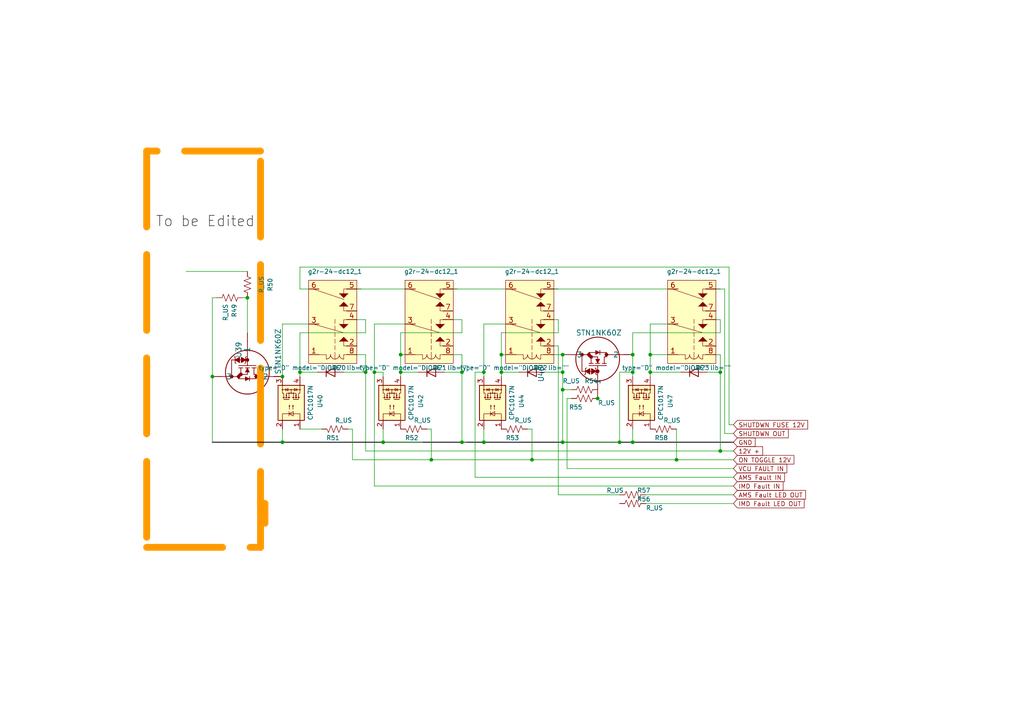
<source format=kicad_sch>
(kicad_sch (version 20211123) (generator eeschema)
  (paper "A4")
  (lib_symbols
    (symbol "Device:R_US" (pin_numbers hide) (pin_names (offset 0))
      (property "Reference" "R" (at 2.54 0 90))
      (property "Value" "R_US" (at -2.54 0 90))
      (symbol "R_US_0_1"
        (polyline (pts (xy 0 -2.286) (xy 0 -2.54)))
        (polyline (pts (xy 0 2.286) (xy 0 2.54)))
        (polyline (pts (xy 0 -0.762) (xy 1.016 -1.143) (xy 0 -1.524) (xy -1.016 -1.905) (xy 0 -2.286)))
        (polyline (pts (xy 0 0.762) (xy 1.016 0.381) (xy 0 0) (xy -1.016 -0.381) (xy 0 -0.762)))
        (polyline (pts (xy 0 2.286) (xy 1.016 1.905) (xy 0 1.524) (xy -1.016 1.143) (xy 0 0.762)))
      )
      (symbol "R_US_1_1"
        (pin passive line (at 0 3.81 270) (length 1.27) (name "~") (number "1"))
        (pin passive line (at 0 -3.81 90) (length 1.27) (name "~") (number "2"))
      )
    )
    (symbol "FSAE DMS-23 Components:g2r-24-dc12_1"
      (property "Value" "g2r-24-dc12_1" (at 5.08 38.1 0))
      (symbol "g2r-24-dc12_1_0_1"
        (rectangle (start -7.62 0) (end 6.35 -24.13) (fill (type background)))
      )
      (symbol "g2r-24-dc12_1_1_1"
        (arc (start -1.27 -2.54) (mid -0.372 -0.372) (end -2.54 -1.27))
        (arc (start 0 -1.27) (mid -2.168 -0.372) (end -1.27 -2.54))
        (polyline (pts (xy -6.35 -21.59) (xy 2.667 -18.542)) (stroke (width 0.127)))
        (polyline (pts (xy -6.35 -11.43) (xy 2.54 -8.89)) (stroke (width 0.127)))
        (polyline (pts (xy -2.54 -2.54) (xy -7.62 -2.54)) (stroke (width 0.127)))
        (polyline (pts (xy -2.54 -1.27) (xy -2.54 -2.54)) (stroke (width 0.127)))
        (polyline (pts (xy 0 -11.557) (xy 0 -12.827)) (stroke (width 0.127)))
        (polyline (pts (xy 0 -9.652) (xy 0 -10.922)) (stroke (width 0.127)))
        (polyline (pts (xy 0 -7.747) (xy 0 -9.017)) (stroke (width 0.127)))
        (polyline (pts (xy 0 -5.842) (xy 0 -7.112)) (stroke (width 0.127)))
        (polyline (pts (xy 0 -5.207) (xy 0 -3.937)) (stroke (width 0.127)))
        (polyline (pts (xy 0 -1.27) (xy 0 -3.302)) (stroke (width 0.127)))
        (polyline (pts (xy 2.54 -21.59) (xy 2.54 -19.05)) (stroke (width 0.127)))
        (polyline (pts (xy 2.54 -17.78) (xy 2.54 -15.24)) (stroke (width 0.127)))
        (polyline (pts (xy 2.54 -15.24) (xy 6.35 -15.24)) (stroke (width 0.127)))
        (polyline (pts (xy 2.54 -12.7) (xy 2.54 -10.16)) (stroke (width 0.127)))
        (polyline (pts (xy 2.54 -7.62) (xy 2.54 -5.08)) (stroke (width 0.127)))
        (polyline (pts (xy 2.54 -5.08) (xy 6.35 -5.08)) (stroke (width 0.127)))
        (polyline (pts (xy 2.54 -2.54) (xy 6.35 -2.54)) (stroke (width 0.127)))
        (polyline (pts (xy 2.54 -1.27) (xy 2.54 -2.54)) (stroke (width 0.127)))
        (polyline (pts (xy 6.35 -12.7) (xy 2.54 -12.7)) (stroke (width 0.127)))
        (polyline (pts (xy 7.62 -21.59) (xy 2.54 -21.59)) (stroke (width 0.127)))
        (polyline (pts (xy 1.27 -20.32) (xy 1.27 -20.32) (xy 2.54 -19.05) (xy 3.81 -20.32)) (fill (type outline)))
        (polyline (pts (xy 1.27 -11.43) (xy 1.27 -11.43) (xy 2.54 -10.16) (xy 3.81 -11.43)) (fill (type outline)))
        (polyline (pts (xy 3.81 -16.51) (xy 3.81 -16.51) (xy 2.54 -17.78) (xy 1.27 -16.51)) (fill (type outline)))
        (polyline (pts (xy 3.81 -6.35) (xy 3.81 -6.35) (xy 2.54 -7.62) (xy 1.27 -6.35)) (fill (type outline)))
        (arc (start 1.27 -2.54) (mid 2.168 -0.372) (end 0 -1.27))
        (arc (start 2.54 -1.27) (mid 0.372 -0.372) (end 1.27 -2.54))
        (pin unspecified line (at -7.62 -2.54 0) (length 3) (name "") (number "1"))
        (pin unspecified line (at 6.35 -5.08 180) (length 3) (name "") (number "2"))
        (pin unspecified line (at -7.62 -11.43 0) (length 3) (name "") (number "3"))
        (pin unspecified line (at 6.35 -12.7 180) (length 3) (name "") (number "4"))
        (pin unspecified line (at 6.35 -21.59 180) (length 3) (name "") (number "5"))
        (pin unspecified line (at -7.62 -21.59 0) (length 3) (name "") (number "6"))
        (pin unspecified line (at 6.35 -15.24 180) (length 3) (name "") (number "7"))
        (pin unspecified line (at 6.35 -2.54 180) (length 3) (name "") (number "8"))
      )
    )
    (symbol "PCM:STN1NK60Z" (pin_numbers hide) (pin_names (offset 1.524))
      (property "Reference" "U?" (at 2.159 -16.4084 0))
      (property "Value" "STN1NK60Z" (at -1.651 -16.4084 0))
      (symbol "STN1NK60Z_1_1"
        (polyline (pts (xy 0 0) (xy 6.985 0)) (stroke (width 0.2032)))
        (polyline (pts (xy 4.572 -3.556) (xy 4.318 -3.81)) (stroke (width 0.2032)))
        (polyline (pts (xy 4.572 -3.556) (xy 6.096 -3.556)) (stroke (width 0.2032)))
        (polyline (pts (xy 4.572 -2.286) (xy 5.334 -3.556)) (stroke (width 0.2032)))
        (polyline (pts (xy 4.572 -1.778) (xy 6.096 -1.778)) (stroke (width 0.2032)))
        (polyline (pts (xy 4.572 -0.508) (xy 4.318 -0.254)) (stroke (width 0.2032)))
        (polyline (pts (xy 4.572 -0.508) (xy 6.096 -0.508)) (stroke (width 0.2032)))
        (polyline (pts (xy 5.334 -4.572) (xy 5.334 0)) (stroke (width 0.2032)))
        (polyline (pts (xy 5.334 -3.556) (xy 6.096 -2.286)) (stroke (width 0.2032)))
        (polyline (pts (xy 5.334 -0.508) (xy 4.572 -1.778)) (stroke (width 0.2032)))
        (polyline (pts (xy 6.096 -3.556) (xy 6.35 -3.302)) (stroke (width 0.2032)))
        (polyline (pts (xy 6.096 -2.286) (xy 4.572 -2.286)) (stroke (width 0.2032)))
        (polyline (pts (xy 6.096 -1.778) (xy 5.334 -0.508)) (stroke (width 0.2032)))
        (polyline (pts (xy 6.096 -0.508) (xy 6.35 -0.762)) (stroke (width 0.2032)))
        (polyline (pts (xy 6.985 -2.54) (xy 6.985 2.54)) (stroke (width 0.2032)))
        (polyline (pts (xy 7.62 -2.54) (xy 7.62 -1.27)) (stroke (width 0.2032)))
        (polyline (pts (xy 7.62 -1.905) (xy 9.525 -1.905)) (stroke (width 0.2032)))
        (polyline (pts (xy 7.62 -0.635) (xy 7.62 0.635)) (stroke (width 0.2032)))
        (polyline (pts (xy 7.62 1.27) (xy 7.62 2.54)) (stroke (width 0.2032)))
        (polyline (pts (xy 7.62 1.905) (xy 9.525 1.905)) (stroke (width 0.2032)))
        (polyline (pts (xy 8.89 0) (xy 9.525 0)) (stroke (width 0.2032)))
        (polyline (pts (xy 9.525 -2.54) (xy 9.525 0)) (stroke (width 0.2032)))
        (polyline (pts (xy 9.525 -2.54) (xy 10.795 -2.54)) (stroke (width 0.2032)))
        (polyline (pts (xy 9.525 1.905) (xy 9.525 2.54)) (stroke (width 0.2032)))
        (polyline (pts (xy 9.525 2.54) (xy 10.795 2.54)) (stroke (width 0.2032)))
        (polyline (pts (xy 10.16 -4.572) (xy 5.334 -4.572)) (stroke (width 0.2032)))
        (polyline (pts (xy 10.16 -2.54) (xy 10.16 -7.62)) (stroke (width 0.2032)))
        (polyline (pts (xy 10.16 9.398) (xy 10.16 2.54)) (stroke (width 0.2032)))
        (polyline (pts (xy 10.795 -2.54) (xy 10.795 -0.635)) (stroke (width 0.2032)))
        (polyline (pts (xy 10.795 0.635) (xy 10.795 2.54)) (stroke (width 0.2032)))
        (polyline (pts (xy 11.43 0.635) (xy 10.16 0.635)) (stroke (width 0.2032)))
        (polyline (pts (xy 5.334 -0.508) (xy 5.08 -1.778) (xy 5.334 -0.508)) (fill (type outline)))
        (polyline (pts (xy 4.572 -2.286) (xy 5.334 -3.556) (xy 6.096 -2.286) (xy 4.572 -2.286)) (fill (type outline)))
        (polyline (pts (xy 5.334 -0.508) (xy 4.572 -1.778) (xy 6.096 -1.778) (xy 5.334 -0.508)) (fill (type outline)))
        (polyline (pts (xy 8.89 0.635) (xy 7.62 0) (xy 8.89 -0.635) (xy 8.89 0.635)) (stroke (width 0.0254)) (fill (type outline)))
        (polyline (pts (xy 11.43 -0.635) (xy 10.16 -0.635) (xy 10.795 0.635) (xy 11.43 -0.635)) (stroke (width 0.0254)) (fill (type outline)))
        (circle (center 5.334 0) (radius 0.0254) (stroke (width 0.508)))
        (circle (center 8.89 0) (radius 6.35) (stroke (width 0.254)))
        (circle (center 9.525 -1.905) (radius 0.0254) (stroke (width 0.508)))
        (circle (center 10.16 -4.572) (radius 0.0254) (stroke (width 0.508)))
        (circle (center 10.16 -2.54) (radius 0.0254) (stroke (width 0.508)))
        (circle (center 10.16 2.54) (radius 0.0254) (stroke (width 0.508)))
        (pin unspecified line (at -2.54 0 0) (length 2.54) (name "1") (number "1"))
        (pin unspecified line (at 10.16 10.16 270) (length 2.54) (name "2") (number "2"))
        (pin unspecified line (at 10.16 -10.16 90) (length 2.54) (name "3") (number "3"))
      )
    )
    (symbol "Relay_SolidState:CPC1017N"
      (property "Reference" "U" (at -5.08 5.08 0))
      (property "Value" "CPC1017N" (at 0 5.08 0))
      (symbol "CPC1017N_0_1"
        (rectangle (start -5.08 3.81) (end 5.08 -3.81) (stroke (width 0.254)) (fill (type background)))
        (polyline (pts (xy -3.81 -0.635) (xy -2.54 -0.635)))
        (polyline (pts (xy 1.016 -0.635) (xy 1.016 -2.159)) (stroke (width 0.2032)))
        (polyline (pts (xy 1.016 2.159) (xy 1.016 0.635)) (stroke (width 0.2032)))
        (polyline (pts (xy 1.524 -0.508) (xy 1.524 -0.762)) (stroke (width 0.3556)))
        (polyline (pts (xy 2.794 0) (xy 3.81 0)))
        (polyline (pts (xy 3.429 -1.651) (xy 4.191 -1.651)))
        (polyline (pts (xy 3.429 1.651) (xy 4.191 1.651)))
        (polyline (pts (xy 3.81 -2.54) (xy 3.81 2.54)))
        (polyline (pts (xy 1.524 -2.032) (xy 1.524 -2.286) (xy 1.524 -2.286)) (stroke (width 0.3556)))
        (polyline (pts (xy 1.524 -1.27) (xy 1.524 -1.524) (xy 1.524 -1.524)) (stroke (width 0.3556)))
        (polyline (pts (xy 1.524 0.762) (xy 1.524 0.508) (xy 1.524 0.508)) (stroke (width 0.3556)))
        (polyline (pts (xy 1.524 1.524) (xy 1.524 1.27) (xy 1.524 1.27)) (stroke (width 0.3556)))
        (polyline (pts (xy 1.524 2.286) (xy 1.524 2.032) (xy 1.524 2.032)) (stroke (width 0.3556)))
        (polyline (pts (xy 1.651 -1.397) (xy 2.794 -1.397) (xy 2.794 -0.635)))
        (polyline (pts (xy 1.651 1.397) (xy 2.794 1.397) (xy 2.794 0.635)))
        (polyline (pts (xy -5.08 2.54) (xy -3.175 2.54) (xy -3.175 -2.54) (xy -5.08 -2.54)))
        (polyline (pts (xy -3.175 -0.635) (xy -3.81 0.635) (xy -2.54 0.635) (xy -3.175 -0.635)))
        (polyline (pts (xy 1.651 -2.159) (xy 2.794 -2.159) (xy 2.794 -2.54) (xy 5.08 -2.54)))
        (polyline (pts (xy 1.651 -0.635) (xy 2.794 -0.635) (xy 2.794 0.635) (xy 1.651 0.635)))
        (polyline (pts (xy 1.651 2.159) (xy 2.794 2.159) (xy 2.794 2.54) (xy 5.08 2.54)))
        (polyline (pts (xy 1.778 -1.397) (xy 2.286 -1.27) (xy 2.286 -1.524) (xy 1.778 -1.397)))
        (polyline (pts (xy 1.778 1.397) (xy 2.286 1.524) (xy 2.286 1.27) (xy 1.778 1.397)))
        (polyline (pts (xy 3.81 -1.651) (xy 3.429 -0.889) (xy 4.191 -0.889) (xy 3.81 -1.651)))
        (polyline (pts (xy 3.81 1.651) (xy 3.429 0.889) (xy 4.191 0.889) (xy 3.81 1.651)))
        (polyline (pts (xy -1.905 -0.508) (xy -0.635 -0.508) (xy -1.016 -0.635) (xy -1.016 -0.381) (xy -0.635 -0.508)))
        (polyline (pts (xy -1.905 0.508) (xy -0.635 0.508) (xy -1.016 0.381) (xy -1.016 0.635) (xy -0.635 0.508)))
        (circle (center 2.794 -0.635) (radius 0.127))
        (circle (center 2.794 0) (radius 0.127))
        (circle (center 2.794 0.635) (radius 0.127))
        (circle (center 3.81 -2.54) (radius 0.127))
        (circle (center 3.81 0) (radius 0.127))
        (circle (center 3.81 2.54) (radius 0.127))
      )
      (symbol "CPC1017N_1_1"
        (pin passive line (at -7.62 2.54 0) (length 2.54) (name "~") (number "1"))
        (pin passive line (at -7.62 -2.54 0) (length 2.54) (name "~") (number "2"))
        (pin passive line (at 7.62 -2.54 180) (length 2.54) (name "~") (number "3"))
        (pin passive line (at 7.62 2.54 180) (length 2.54) (name "~") (number "4"))
      )
    )
    (symbol "Simulation_SPICE:DIODE" (pin_numbers hide) (pin_names (offset 1.016) hide)
      (property "Reference" "D" (at 0 2.54 0))
      (property "Value" "DIODE" (at 0 -2.54 0))
      (symbol "DIODE_0_1"
        (polyline (pts (xy 1.27 0) (xy -1.27 0)))
        (polyline (pts (xy 1.27 1.27) (xy 1.27 -1.27)) (stroke (width 0.254)))
        (polyline (pts (xy -1.27 -1.27) (xy -1.27 1.27) (xy 1.27 0) (xy -1.27 -1.27)) (stroke (width 0.254)))
      )
      (symbol "DIODE_1_1"
        (pin passive line (at -3.81 0 0) (length 2.54) (name "A") (number "1"))
        (pin passive line (at 3.81 0 180) (length 2.54) (name "K") (number "2"))
      )
    )
  )
  (junction (at 140.335 128.27))
  (junction (at 188.595 102.87))
  (junction (at 163.195 113.03))
  (junction (at 61.595 109.22))
  (junction (at 183.515 128.27))
  (junction (at 125.095 133.35))
  (junction (at 173.355 115.57))
  (junction (at 208.915 107.95))
  (junction (at 163.195 107.95))
  (junction (at 86.995 107.95))
  (junction (at 183.515 107.95))
  (junction (at 196.215 133.35))
  (junction (at 188.595 107.95))
  (junction (at 111.125 128.27))
  (junction (at 163.195 128.27))
  (junction (at 116.205 107.95))
  (junction (at 208.915 130.81))
  (junction (at 71.755 86.36))
  (junction (at 145.415 102.87))
  (junction (at 163.195 102.87))
  (junction (at 133.985 128.27))
  (junction (at 106.045 107.95))
  (junction (at 140.335 107.95))
  (junction (at 81.915 128.27))
  (junction (at 179.705 128.27))
  (junction (at 81.915 109.22))
  (junction (at 154.305 133.35))
  (junction (at 133.985 107.95))
  (junction (at 145.415 107.95))
  (junction (at 183.515 102.87))
  (junction (at 116.205 102.87))
  (junction (at 108.585 107.95))
  (wire (pts (xy 188.595 102.87) (xy 188.595 107.95)))
  (wire (pts (xy 61.595 109.22) (xy 61.595 128.27)))
  (wire (pts (xy 106.045 92.71) (xy 103.505 92.71)))
  (wire (pts (xy 154.305 124.46) (xy 154.305 133.35)))
  (wire (pts (xy 183.515 128.27) (xy 212.725 128.27)))
  (wire (pts (xy 86.995 96.52) (xy 106.045 96.52)))
  (wire (pts (xy 207.645 102.87) (xy 208.915 102.87)))
  (wire (pts (xy 86.995 96.52) (xy 86.995 107.95)))
  (wire (pts (xy 140.335 93.98) (xy 140.335 107.95)))
  (wire (pts (xy 188.595 93.98) (xy 188.595 102.87)))
  (wire (pts (xy 133.985 128.27) (xy 135.255 128.27)))
  (wire (pts (xy 163.195 128.27) (xy 179.705 128.27)))
  (wire (pts (xy 196.215 133.35) (xy 212.725 133.35)))
  (wire (pts (xy 179.705 107.95) (xy 179.705 128.27)))
  (wire (pts (xy 161.925 96.52) (xy 145.415 96.52)))
  (wire (pts (xy 137.795 138.43) (xy 212.725 138.43)))
  (wire (pts (xy 108.585 107.95) (xy 108.585 140.97)))
  (wire (pts (xy 86.995 107.95) (xy 92.075 107.95)))
  (wire (pts (xy 153.035 124.46) (xy 154.305 124.46)))
  (wire (pts (xy 106.045 107.95) (xy 106.045 130.81)))
  (wire (pts (xy 208.915 130.81) (xy 212.725 130.81)))
  (polyline (pts (xy 42.545 158.75) (xy 75.565 158.75)) (stroke (width 2) (color 255 153 0 1)))
  (wire (pts (xy 106.045 96.52) (xy 106.045 92.71)))
  (wire (pts (xy 103.505 83.82) (xy 117.475 83.82)))
  (wire (pts (xy 111.125 107.95) (xy 111.125 109.22)))
  (wire (pts (xy 207.645 92.71) (xy 208.915 92.71)))
  (polyline (pts (xy 75.565 158.75) (xy 75.565 43.815)) (stroke (width 2) (color 255 153 0 1)))
  (wire (pts (xy 160.655 102.87) (xy 163.195 102.87)))
  (wire (pts (xy 106.045 130.81) (xy 208.915 130.81)))
  (wire (pts (xy 187.325 143.51) (xy 212.725 143.51)))
  (wire (pts (xy 183.515 128.27) (xy 212.725 128.27)) (stroke (width 0.25) (color 0 0 0 1)))
  (wire (pts (xy 71.755 86.36) (xy 71.755 96.52)))
  (wire (pts (xy 111.125 128.27) (xy 133.985 128.27)) (stroke (width 0.25) (color 0 0 0 1)))
  (wire (pts (xy 123.825 124.46) (xy 125.095 124.46)))
  (wire (pts (xy 208.915 96.52) (xy 183.515 96.52)))
  (wire (pts (xy 116.205 96.52) (xy 116.205 102.87)))
  (wire (pts (xy 106.045 107.95) (xy 99.695 107.95)))
  (wire (pts (xy 164.465 135.89) (xy 212.725 135.89)))
  (wire (pts (xy 163.195 113.03) (xy 165.735 113.03)))
  (wire (pts (xy 210.185 125.73) (xy 212.725 125.73)))
  (wire (pts (xy 106.045 102.87) (xy 106.045 107.95)))
  (wire (pts (xy 211.455 123.19) (xy 212.725 123.19)))
  (polyline (pts (xy 76.835 151.765) (xy 76.835 146.05)) (stroke (width 2) (color 255 153 0 1)))
  (wire (pts (xy 131.445 92.71) (xy 133.985 92.71)))
  (wire (pts (xy 188.595 107.95) (xy 197.485 107.95)))
  (wire (pts (xy 86.995 83.82) (xy 89.535 83.82)))
  (wire (pts (xy 208.915 107.95) (xy 208.915 102.87)))
  (wire (pts (xy 133.985 107.95) (xy 133.985 102.87)))
  (wire (pts (xy 140.335 124.46) (xy 140.335 128.27)))
  (polyline (pts (xy 76.835 146.05) (xy 75.565 146.05)) (stroke (width 2) (color 255 153 0 1)))
  (wire (pts (xy 62.865 86.36) (xy 61.595 86.36)))
  (wire (pts (xy 145.415 96.52) (xy 145.415 102.87)))
  (wire (pts (xy 137.795 107.95) (xy 137.795 138.43)))
  (wire (pts (xy 81.915 93.98) (xy 89.535 93.98)))
  (wire (pts (xy 161.925 143.51) (xy 179.705 143.51)))
  (wire (pts (xy 81.915 124.46) (xy 81.915 128.27)))
  (wire (pts (xy 133.985 102.87) (xy 131.445 102.87)))
  (wire (pts (xy 133.985 96.52) (xy 116.205 96.52)))
  (polyline (pts (xy 75.565 43.815) (xy 42.545 43.815)) (stroke (width 2) (color 255 153 0 1)))
  (wire (pts (xy 125.095 133.35) (xy 154.305 133.35)))
  (wire (pts (xy 140.335 128.27) (xy 163.195 128.27)) (stroke (width 0.25) (color 0 0 0 1)))
  (wire (pts (xy 86.995 77.47) (xy 86.995 83.82)))
  (wire (pts (xy 108.585 93.98) (xy 108.585 107.95)))
  (wire (pts (xy 188.595 107.95) (xy 188.595 109.22)))
  (wire (pts (xy 125.095 124.46) (xy 125.095 133.35)))
  (wire (pts (xy 116.205 107.95) (xy 121.285 107.95)))
  (wire (pts (xy 163.195 128.27) (xy 179.705 128.27)) (stroke (width 0.25) (color 0 0 0 1)))
  (wire (pts (xy 196.215 124.46) (xy 196.215 133.35)))
  (wire (pts (xy 71.755 86.36) (xy 70.485 86.36)))
  (wire (pts (xy 117.475 93.98) (xy 108.585 93.98)))
  (wire (pts (xy 173.355 113.03) (xy 173.355 115.57)))
  (polyline (pts (xy 42.545 43.815) (xy 42.545 158.75)) (stroke (width 2) (color 255 153 0 1)))
  (wire (pts (xy 183.515 96.52) (xy 183.515 102.87)))
  (wire (pts (xy 108.585 107.95) (xy 111.125 107.95)))
  (wire (pts (xy 61.595 86.36) (xy 61.595 109.22)))
  (wire (pts (xy 183.515 102.87) (xy 183.515 107.95)))
  (wire (pts (xy 108.585 140.97) (xy 212.725 140.97)))
  (wire (pts (xy 81.915 128.27) (xy 111.125 128.27)) (stroke (width 0.25) (color 0 0 0 1)))
  (wire (pts (xy 183.515 109.22) (xy 183.515 107.95)))
  (wire (pts (xy 207.645 83.82) (xy 210.185 83.82)))
  (wire (pts (xy 61.595 128.27) (xy 81.915 128.27)) (stroke (width 0.25) (color 0 0 0 1)))
  (wire (pts (xy 140.335 107.95) (xy 140.335 109.22)))
  (wire (pts (xy 133.985 92.71) (xy 133.985 96.52)))
  (wire (pts (xy 146.685 93.98) (xy 140.335 93.98)))
  (wire (pts (xy 188.595 102.87) (xy 193.675 102.87)))
  (wire (pts (xy 116.205 102.87) (xy 116.205 107.95)))
  (wire (pts (xy 116.205 102.87) (xy 117.475 102.87)))
  (wire (pts (xy 102.235 124.46) (xy 100.965 124.46)))
  (wire (pts (xy 86.995 107.95) (xy 86.995 109.22)))
  (wire (pts (xy 102.235 133.35) (xy 125.095 133.35)))
  (wire (pts (xy 205.105 107.95) (xy 208.915 107.95)))
  (wire (pts (xy 131.445 83.82) (xy 146.685 83.82)))
  (wire (pts (xy 102.235 124.46) (xy 102.235 133.35)))
  (wire (pts (xy 211.455 77.47) (xy 211.455 123.19)))
  (wire (pts (xy 193.675 93.98) (xy 188.595 93.98)))
  (wire (pts (xy 140.335 107.95) (xy 137.795 107.95)))
  (wire (pts (xy 128.905 107.95) (xy 133.985 107.95)))
  (wire (pts (xy 164.465 115.57) (xy 165.735 115.57)))
  (wire (pts (xy 187.325 146.05) (xy 212.725 146.05)))
  (wire (pts (xy 163.195 113.03) (xy 163.195 128.27)))
  (wire (pts (xy 163.195 107.95) (xy 163.195 113.03)))
  (wire (pts (xy 145.415 102.87) (xy 146.685 102.87)))
  (wire (pts (xy 145.415 102.87) (xy 145.415 107.95)))
  (wire (pts (xy 145.415 107.95) (xy 145.415 109.22)))
  (wire (pts (xy 103.505 102.87) (xy 106.045 102.87)))
  (wire (pts (xy 161.925 92.71) (xy 161.925 96.52)))
  (wire (pts (xy 154.305 133.35) (xy 196.215 133.35)))
  (wire (pts (xy 133.985 128.27) (xy 140.335 128.27)) (stroke (width 0.25) (color 0 0 0 1)))
  (wire (pts (xy 116.205 107.95) (xy 116.205 109.22)))
  (wire (pts (xy 81.915 93.98) (xy 81.915 109.22)))
  (wire (pts (xy 111.125 124.46) (xy 111.125 128.27)))
  (wire (pts (xy 179.705 128.27) (xy 183.515 128.27)) (stroke (width 0.25) (color 0 0 0 1)))
  (wire (pts (xy 160.655 92.71) (xy 161.925 92.71)))
  (wire (pts (xy 208.915 107.95) (xy 208.915 130.81)))
  (wire (pts (xy 133.985 107.95) (xy 133.985 128.27)))
  (wire (pts (xy 158.115 107.95) (xy 163.195 107.95)))
  (wire (pts (xy 145.415 107.95) (xy 150.495 107.95)))
  (wire (pts (xy 210.185 83.82) (xy 210.185 125.73)))
  (wire (pts (xy 160.655 83.82) (xy 193.675 83.82)))
  (wire (pts (xy 93.345 124.46) (xy 86.995 124.46)))
  (wire (pts (xy 208.915 92.71) (xy 208.915 96.52)))
  (wire (pts (xy 53.975 78.74) (xy 71.755 78.74)))
  (wire (pts (xy 183.515 107.95) (xy 179.705 107.95)))
  (wire (pts (xy 160.655 100.33) (xy 161.925 100.33)))
  (wire (pts (xy 111.125 128.27) (xy 122.555 128.27)))
  (wire (pts (xy 183.515 124.46) (xy 183.515 128.27)))
  (wire (pts (xy 163.195 102.87) (xy 163.195 107.95)))
  (wire (pts (xy 164.465 135.89) (xy 164.465 115.57)))
  (wire (pts (xy 161.925 100.33) (xy 161.925 143.51)))
  (wire (pts (xy 86.995 77.47) (xy 211.455 77.47)))
  (label "To be Edited" (at 45.085 66.675 0) (effects (font (size 3 3))))
  (global_label "GND" (shape input) (at 212.725 128.27 0) (property "Intersheet References" "${INTERSHEET_REFS}" (effects hide)))
  (global_label "SHUTDWN FUSE 12V" (shape input) (at 212.725 123.19 0) (property "Intersheet References" "${INTERSHEET_REFS}" (effects hide)))
  (global_label "AMS Fault IN" (shape input) (at 212.725 138.43 0) (property "Intersheet References" "${INTERSHEET_REFS}" (effects hide)))
  (global_label "IMD Fault IN" (shape input) (at 212.725 140.97 0) (property "Intersheet References" "${INTERSHEET_REFS}" (effects hide)))
  (global_label "AMS Fault LED OUT" (shape input) (at 212.725 143.51 0) (property "Intersheet References" "${INTERSHEET_REFS}" (effects hide)))
  (global_label "SHUTDWN OUT" (shape input) (at 212.725 125.73 0) (property "Intersheet References" "${INTERSHEET_REFS}" (effects hide)))
  (global_label "IMD Fault LED OUT" (shape input) (at 212.725 146.05 0) (property "Intersheet References" "${INTERSHEET_REFS}" (effects hide)))
  (global_label "VCU FAULT IN" (shape input) (at 212.725 135.89 0) (property "Intersheet References" "${INTERSHEET_REFS}" (effects hide)))
  (global_label "12V +" (shape input) (at 212.725 130.81 0) (property "Intersheet References" "${INTERSHEET_REFS}" (effects hide)))
  (global_label "ON TOGGLE 12V" (shape input) (at 212.725 133.35 0) (property "Intersheet References" "${INTERSHEET_REFS}" (effects hide)))
  (symbol (lib_id "FSAE DMS-23 Components:g2r-24-dc12_1") (at 201.295 105.41 0) (mirror x) (unit 1)
    (property "Reference" "U48" (effects hide))
    (property "Value" "g2r-24-dc12_1" (at 201.295 78.74 0))
    (property "Footprint" "PCM:G2R-24-DC12" (effects hide))
  )
  (symbol (lib_id "FSAE DMS-23 Components:g2r-24-dc12_1") (at 97.155 105.41 0) (mirror x) (unit 1)
    (property "Reference" "U41" (effects hide))
    (property "Value" "g2r-24-dc12_1" (at 97.155 78.74 0))
    (property "Footprint" "PCM:G2R-24-DC12" (effects hide))
  )
  (symbol (lib_id "PCM:STN1NK60Z") (at 173.355 113.03 270) (mirror x) (unit 1)
    (property "Reference" "U46" (at 156.9466 110.871 0) (effects (font (size 1.524 1.524)) (justify left)))
    (property "Value" "STN1NK60Z" (at 167.005 96.52 90) (effects (font (size 1.524 1.524)) (justify left)))
    (property "Footprint" "PCM:STN1NK60Z" (effects hide))
  )
  (symbol (lib_id "Simulation_SPICE:DIODE") (at 201.295 107.95 0) (mirror y) (unit 1)
    (property "Reference" "D23" (at 203.835 106.68 0))
    (property "Value" "DIODE" (at 196.215 106.68 0))
    (property "Footprint" "Diode_SMD:D_0603_1608Metric" (effects hide))
    (property "Spice_Netlist_Enabled" "Y" (effects hide))
    (property "Spice_Primitive" "D" (effects hide))
  )
  (symbol (lib_id "Relay_SolidState:CPC1017N") (at 113.665 116.84 270) (mirror x) (unit 1)
    (property "Reference" "U42" (at 122.047 118.364 0) (effects (justify left)))
    (property "Value" "CPC1017N" (at 119.253 121.92 0) (effects (justify left)))
    (property "Footprint" "Package_SO:SOP-4_3.8x4.1mm_P2.54mm" (effects hide))
    (property "Datasheet" "http://www.ixysic.com/home/pdfs.nsf/www/CPC1017N.pdf/$file/CPC1017N.pdf" (effects hide))
  )
  (symbol (lib_id "PCM:STN1NK60Z") (at 71.755 99.06 270) (unit 1)
    (property "Reference" "U39" (at 69.215 99.06 0) (effects (font (size 1.524 1.524)) (justify left)))
    (property "Value" "STN1NK60Z" (at 80.645 95.25 0) (effects (font (size 1.524 1.524)) (justify left)))
    (property "Footprint" "PCM:STN1NK60Z" (effects hide))
  )
  (symbol (lib_id "Device:R_US") (at 149.225 124.46 270) (mirror x) (unit 1)
    (property "Reference" "R53" (at 146.685 127 90) (effects (justify left)))
    (property "Value" "R_US" (at 149.225 121.92 90) (effects (justify left)))
    (property "Footprint" "Resistor_THT:R_Axial_DIN0207_L6.3mm_D2.5mm_P15.24mm_Horizontal" (effects hide))
  )
  (symbol (lib_id "Simulation_SPICE:DIODE") (at 154.305 107.95 0) (mirror y) (unit 1)
    (property "Reference" "D22" (at 156.845 106.68 0))
    (property "Value" "DIODE" (at 149.225 106.68 0))
    (property "Footprint" "Diode_SMD:D_0603_1608Metric" (effects hide))
    (property "Spice_Netlist_Enabled" "Y" (effects hide))
    (property "Spice_Primitive" "D" (effects hide))
  )
  (symbol (lib_id "Simulation_SPICE:DIODE") (at 125.095 107.95 0) (mirror y) (unit 1)
    (property "Reference" "D21" (at 127.635 106.68 0))
    (property "Value" "DIODE" (at 120.015 106.68 0))
    (property "Footprint" "Diode_SMD:D_0603_1608Metric" (effects hide))
    (property "Spice_Netlist_Enabled" "Y" (effects hide))
    (property "Spice_Primitive" "D" (effects hide))
  )
  (symbol (lib_id "Relay_SolidState:CPC1017N") (at 142.875 116.84 270) (mirror x) (unit 1)
    (property "Reference" "U44" (at 151.257 118.364 0) (effects (justify left)))
    (property "Value" "CPC1017N" (at 148.463 121.92 0) (effects (justify left)))
    (property "Footprint" "Package_SO:SOP-4_3.8x4.1mm_P2.54mm" (effects hide))
    (property "Datasheet" "http://www.ixysic.com/home/pdfs.nsf/www/CPC1017N.pdf/$file/CPC1017N.pdf" (effects hide))
  )
  (symbol (lib_id "Device:R_US") (at 169.545 113.03 270) (unit 1)
    (property "Reference" "R54" (at 169.545 110.49 90) (effects (justify left)))
    (property "Value" "R_US" (at 163.195 110.49 90) (effects (justify left)))
    (property "Footprint" "Resistor_THT:R_Axial_DIN0309_L9.0mm_D3.2mm_P15.24mm_Horizontal" (effects hide))
  )
  (symbol (lib_id "Device:R_US") (at 71.755 82.55 180) (unit 1)
    (property "Reference" "R50" (at 78.359 82.55 90))
    (property "Value" "R_US" (at 75.819 82.55 90))
    (property "Footprint" "Resistor_THT:R_Axial_DIN0309_L9.0mm_D3.2mm_P15.24mm_Horizontal" (effects hide))
  )
  (symbol (lib_id "FSAE DMS-23 Components:g2r-24-dc12_1") (at 154.305 105.41 0) (mirror x) (unit 1)
    (property "Reference" "U45" (effects hide))
    (property "Value" "g2r-24-dc12_1" (at 154.305 78.74 0))
    (property "Footprint" "PCM:G2R-24-DC12" (effects hide))
  )
  (symbol (lib_id "Device:R_US") (at 183.515 143.51 270) (unit 1)
    (property "Reference" "R56" (at 184.785 144.78 90) (effects (justify left)))
    (property "Value" "R_US" (at 175.895 142.24 90) (effects (justify left)))
    (property "Footprint" "Resistor_THT:R_Axial_DIN0309_L9.0mm_D3.2mm_P15.24mm_Horizontal" (effects hide))
  )
  (symbol (lib_id "Relay_SolidState:CPC1017N") (at 84.455 116.84 270) (mirror x) (unit 1)
    (property "Reference" "U40" (at 92.837 118.364 0) (effects (justify left)))
    (property "Value" "CPC1017N" (at 90.043 121.92 0) (effects (justify left)))
    (property "Footprint" "Package_SO:SOP-4_3.8x4.1mm_P2.54mm" (effects hide))
    (property "Datasheet" "http://www.ixysic.com/home/pdfs.nsf/www/CPC1017N.pdf/$file/CPC1017N.pdf" (effects hide))
  )
  (symbol (lib_id "FSAE DMS-23 Components:g2r-24-dc12_1") (at 125.095 105.41 0) (mirror x) (unit 1)
    (property "Reference" "U43" (effects hide))
    (property "Value" "g2r-24-dc12_1" (at 125.095 78.74 0))
    (property "Footprint" "PCM:G2R-24-DC12" (effects hide))
  )
  (symbol (lib_id "Device:R_US") (at 66.675 86.36 270) (unit 1)
    (property "Reference" "R49" (at 67.9451 88.138 0) (effects (justify left)))
    (property "Value" "R_US" (at 65.4051 88.138 0) (effects (justify left)))
    (property "Footprint" "Resistor_THT:R_Axial_DIN0309_L9.0mm_D3.2mm_P15.24mm_Horizontal" (effects hide))
  )
  (symbol (lib_id "Device:R_US") (at 97.155 124.46 270) (mirror x) (unit 1)
    (property "Reference" "R51" (at 94.615 127 90) (effects (justify left)))
    (property "Value" "R_US" (at 97.155 121.92 90) (effects (justify left)))
    (property "Footprint" "Resistor_THT:R_Axial_DIN0207_L6.3mm_D2.5mm_P15.24mm_Horizontal" (effects hide))
  )
  (symbol (lib_id "Device:R_US") (at 183.515 146.05 270) (unit 1)
    (property "Reference" "R57" (at 184.785 142.24 90) (effects (justify left)))
    (property "Value" "R_US" (at 187.325 147.32 90) (effects (justify left)))
    (property "Footprint" "Resistor_THT:R_Axial_DIN0309_L9.0mm_D3.2mm_P15.24mm_Horizontal" (effects hide))
  )
  (symbol (lib_id "Device:R_US") (at 169.545 115.57 90) (unit 1)
    (property "Reference" "R55" (at 167.005 118.11 90))
    (property "Value" "R_US" (at 175.895 116.84 90))
    (property "Footprint" "Resistor_THT:R_Axial_DIN0309_L9.0mm_D3.2mm_P15.24mm_Horizontal" (effects hide))
  )
  (symbol (lib_id "Relay_SolidState:CPC1017N") (at 186.055 116.84 270) (mirror x) (unit 1)
    (property "Reference" "U47" (at 194.437 118.364 0) (effects (justify left)))
    (property "Value" "CPC1017N" (at 191.643 121.92 0) (effects (justify left)))
    (property "Footprint" "Package_SO:SOP-4_3.8x4.1mm_P2.54mm" (effects hide))
    (property "Datasheet" "http://www.ixysic.com/home/pdfs.nsf/www/CPC1017N.pdf/$file/CPC1017N.pdf" (effects hide))
  )
  (symbol (lib_id "Device:R_US") (at 120.015 124.46 270) (mirror x) (unit 1)
    (property "Reference" "R52" (at 117.475 127 90) (effects (justify left)))
    (property "Value" "R_US" (at 120.015 121.92 90) (effects (justify left)))
    (property "Footprint" "Resistor_THT:R_Axial_DIN0207_L6.3mm_D2.5mm_P15.24mm_Horizontal" (effects hide))
  )
  (symbol (lib_id "Device:R_US") (at 192.405 124.46 270) (mirror x) (unit 1)
    (property "Reference" "R58" (at 189.865 127 90) (effects (justify left)))
    (property "Value" "R_US" (at 192.405 121.92 90) (effects (justify left)))
    (property "Footprint" "Resistor_THT:R_Axial_DIN0207_L6.3mm_D2.5mm_P15.24mm_Horizontal" (effects hide))
  )
  (symbol (lib_id "Simulation_SPICE:DIODE") (at 95.885 107.95 0) (mirror y) (unit 1)
    (property "Reference" "D20" (at 98.425 106.68 0))
    (property "Value" "DIODE" (at 90.805 106.68 0))
    (property "Footprint" "Diode_SMD:D_0603_1608Metric" (effects hide))
    (property "Spice_Netlist_Enabled" "Y" (effects hide))
    (property "Spice_Primitive" "D" (effects hide))
  )
)
</source>
